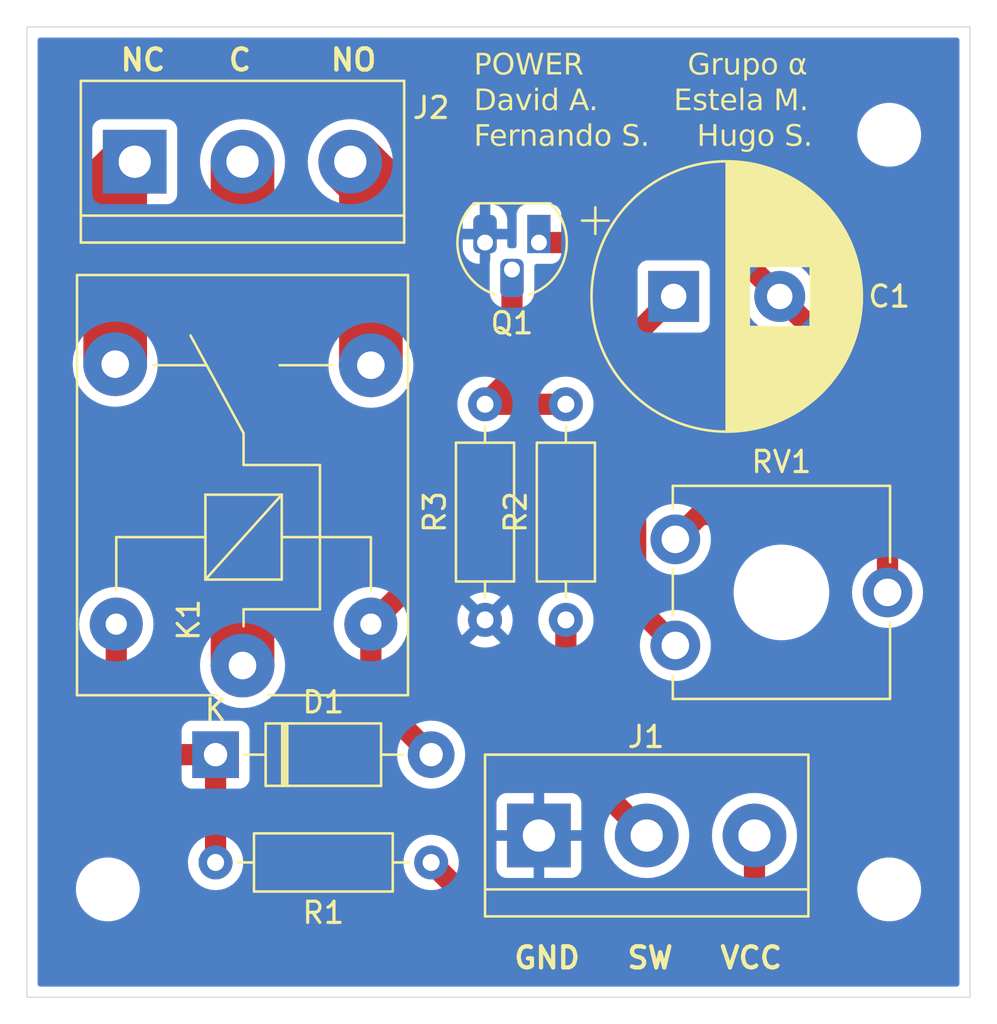
<source format=kicad_pcb>
(kicad_pcb (version 20240108) (generator "pcbnew") (generator_version "8.0")
  (layers (0 "F.Cu" signal) (31 "B.Cu" signal) (34 "B.Paste" user) (35 "F.Paste" user) (36 "B.SilkS" user "B.Silkscreen") (37 "F.SilkS" user "F.Silkscreen") (38 "B.Mask" user) (39 "F.Mask" user) (44 "Edge.Cuts" user))
  (net 0 "")
  (net 1 "Net-(Q1-C)")
  (net 2 "Net-(D1-A)")
  (net 3 "Net-(D1-K)")
  (net 4 "Net-(J2-Pin_2)")
  (net 5 "Net-(J2-Pin_3)")
  (net 6 "Net-(J2-Pin_1)")
  (net 7 "VDC")
  (net 8 "Net-(J1-Pin_2)")
  (net 9 "GND")
  (net 10 "Net-(Q1-B)")
  (footprint "Relay_THT:Relay_SPDT_SANYOU_SRD_Series_Form_C" (layer "F.Cu") (at 128.27 103.75 90)
    (property "Reference" "K1" (at 2.15 -2.54 90) (layer "F.SilkS"))
    (property "Value" "SANYOU_SRD_Form_C" (hide yes))
    (fp_line (start 18.4 -7.8) (end 18.4 7.8) (stroke (width 0.12)) (layer "F.SilkS"))
    (fp_line (start -1.4 -7.8) (end 18.4 -7.8) (stroke (width 0.12)) (layer "F.SilkS"))
    (fp_line (start -1.4 -7.8) (end -1.4 -1.2) (stroke (width 0.12)) (layer "F.SilkS"))
    (fp_line (start 6.05 -5.95) (end 3.55 -5.95) (stroke (width 0.12)) (layer "F.SilkS"))
    (fp_line (start 6.05 -5.95) (end 6.05 -1.75) (stroke (width 0.12)) (layer "F.SilkS"))
    (fp_line (start 14.15 -4.2) (end 14.15 -1.7) (stroke (width 0.12)) (layer "F.SilkS"))
    (fp_line (start 8.05 -1.75) (end 8.05 1.85) (stroke (width 0.12)) (layer "F.SilkS"))
    (fp_line (start 4.05 -1.75) (end 8.05 -1.75) (stroke (width 0.12)) (layer "F.SilkS"))
    (fp_line (start 10.95 0.05) (end 15.55 -2.45) (stroke (width 0.12)) (layer "F.SilkS"))
    (fp_line (start 9.45 0.05) (end 10.95 0.05) (stroke (width 0.12)) (layer "F.SilkS"))
    (fp_line (start 9.45 0.05) (end 9.45 3.65) (stroke (width 0.12)) (layer "F.SilkS"))
    (fp_line (start 2.65 0.05) (end 1.85 0.05) (stroke (width 0.12)) (layer "F.SilkS"))
    (fp_line (start 2.65 0.05) (end 2.65 3.65) (stroke (width 0.12)) (layer "F.SilkS"))
    (fp_line (start -1.4 1.2) (end -1.4 7.8) (stroke (width 0.12)) (layer "F.SilkS"))
    (fp_line (start 8.05 1.85) (end 4.05 -1.75) (stroke (width 0.12)) (layer "F.SilkS"))
    (fp_line (start 8.05 1.85) (end 4.05 1.85) (stroke (width 0.12)) (layer "F.SilkS"))
    (fp_line (start 6.05 1.85) (end 6.05 6.05) (stroke (width 0.12)) (layer "F.SilkS"))
    (fp_line (start 4.05 1.85) (end 4.05 -1.75) (stroke (width 0.12)) (layer "F.SilkS"))
    (fp_line (start 9.45 3.65) (end 2.65 3.65) (stroke (width 0.12)) (layer "F.SilkS"))
    (fp_line (start 14.15 4.2) (end 14.15 1.75) (stroke (width 0.12)) (layer "F.SilkS"))
    (fp_line (start 3.55 6.05) (end 6.05 6.05) (stroke (width 0.12)) (layer "F.SilkS"))
    (fp_line (start 18.4 7.8) (end -1.4 7.8) (stroke (width 0.12)) (layer "F.SilkS"))
    (pad "1" thru_hole circle (at 0 0 180) (size 3 3) (drill 1.3) (layers "*.Cu" "*.Mask") (net 4 "Net-(J2-Pin_2)"))
    (pad "2" thru_hole circle (at 1.95 6.05 180) (size 2.5 2.5) (drill 1) (layers "*.Cu" "*.Mask") (net 2 "Net-(D1-A)"))
    (pad "3" thru_hole circle (at 14.15 6.05 180) (size 3 3) (drill 1.3) (layers "*.Cu" "*.Mask") (net 5 "Net-(J2-Pin_3)"))
    (pad "4" thru_hole circle (at 14.2 -6 180) (size 3 3) (drill 1.3) (layers "*.Cu" "*.Mask") (net 6 "Net-(J2-Pin_1)"))
    (pad "5" thru_hole circle (at 1.95 -5.95 180) (size 2.5 2.5) (drill 1) (layers "*.Cu" "*.Mask") (net 3 "Net-(D1-K)"))
  )
  (footprint "Resistor_THT:R_Axial_DIN0207_L6.3mm_D2.5mm_P10.16mm_Horizontal" (layer "F.Cu") (at 139.7 101.6 90)
    (property "Reference" "R3" (at 5.08 -2.37 90) (layer "F.SilkS"))
    (property "Value" "R" (hide yes))
    (fp_line (start 8.35 -1.37) (end 1.81 -1.37) (stroke (width 0.12)) (layer "F.SilkS"))
    (fp_line (start 1.81 -1.37) (end 1.81 1.37) (stroke (width 0.12)) (layer "F.SilkS"))
    (fp_line (start 9.12 0) (end 8.35 0) (stroke (width 0.12)) (layer "F.SilkS"))
    (fp_line (start 1.04 0) (end 1.81 0) (stroke (width 0.12)) (layer "F.SilkS"))
    (fp_line (start 8.35 1.37) (end 8.35 -1.37) (stroke (width 0.12)) (layer "F.SilkS"))
    (fp_line (start 1.81 1.37) (end 8.35 1.37) (stroke (width 0.12)) (layer "F.SilkS"))
    (pad "1" thru_hole circle (at 0 0 90) (size 1.6 1.6) (drill 0.8) (layers "*.Cu" "*.Mask") (net 9 "GND"))
    (pad "2" thru_hole oval (at 10.16 0 90) (size 1.6 1.6) (drill 0.8) (layers "*.Cu" "*.Mask") (net 10 "Net-(Q1-B)"))
  )
  (footprint "Resistor_THT:R_Axial_DIN0207_L6.3mm_D2.5mm_P10.16mm_Horizontal" (layer "F.Cu") (at 143.51 101.6 90)
    (property "Reference" "R2" (at 5.08 -2.37 90) (layer "F.SilkS"))
    (property "Value" "R" (hide yes))
    (fp_line (start 8.35 -1.37) (end 1.81 -1.37) (stroke (width 0.12)) (layer "F.SilkS"))
    (fp_line (start 1.81 -1.37) (end 1.81 1.37) (stroke (width 0.12)) (layer "F.SilkS"))
    (fp_line (start 9.12 0) (end 8.35 0) (stroke (width 0.12)) (layer "F.SilkS"))
    (fp_line (start 1.04 0) (end 1.81 0) (stroke (width 0.12)) (layer "F.SilkS"))
    (fp_line (start 8.35 1.37) (end 8.35 -1.37) (stroke (width 0.12)) (layer "F.SilkS"))
    (fp_line (start 1.81 1.37) (end 8.35 1.37) (stroke (width 0.12)) (layer "F.SilkS"))
    (pad "1" thru_hole circle (at 0 0 90) (size 1.6 1.6) (drill 0.8) (layers "*.Cu" "*.Mask") (net 8 "Net-(J1-Pin_2)"))
    (pad "2" thru_hole oval (at 10.16 0 90) (size 1.6 1.6) (drill 0.8) (layers "*.Cu" "*.Mask") (net 10 "Net-(Q1-B)"))
  )
  (footprint "Capacitor_THT:CP_Radial_D12.5mm_P5.00mm" (layer "F.Cu") (at 148.59 86.36)
    (property "Reference" "C1" (at 10.16 0 360) (layer "F.SilkS"))
    (property "Value" "C" (hide yes))
    (fp_line (start -4.317082 -3.575) (end -3.067082 -3.575) (stroke (width 0.12)) (layer "F.SilkS"))
    (fp_line (start -3.692082 -4.2) (end -3.692082 -2.95) (stroke (width 0.12)) (layer "F.SilkS"))
    (fp_line (start 2.5 -6.33) (end 2.5 6.33) (stroke (width 0.12)) (layer "F.SilkS"))
    (fp_line (start 2.54 -6.33) (end 2.54 6.33) (stroke (width 0.12)) (layer "F.SilkS"))
    (fp_line (start 2.58 -6.33) (end 2.58 6.33) (stroke (width 0.12)) (layer "F.SilkS"))
    (fp_line (start 2.62 -6.329) (end 2.62 6.329) (stroke (width 0.12)) (layer "F.SilkS"))
    (fp_line (start 2.66 -6.328) (end 2.66 6.328) (stroke (width 0.12)) (layer "F.SilkS"))
    (fp_line (start 2.7 -6.327) (end 2.7 6.327) (stroke (width 0.12)) (layer "F.SilkS"))
    (fp_line (start 2.74 -6.326) (end 2.74 6.326) (stroke (width 0.12)) (layer "F.SilkS"))
    (fp_line (start 2.78 -6.324) (end 2.78 6.324) (stroke (width 0.12)) (layer "F.SilkS"))
    (fp_line (start 2.82 -6.322) (end 2.82 6.322) (stroke (width 0.12)) (layer "F.SilkS"))
    (fp_line (start 2.86 -6.32) (end 2.86 6.32) (stroke (width 0.12)) (layer "F.SilkS"))
    (fp_line (start 2.9 -6.318) (end 2.9 6.318) (stroke (width 0.12)) (layer "F.SilkS"))
    (fp_line (start 2.94 -6.315) (end 2.94 6.315) (stroke (width 0.12)) (layer "F.SilkS"))
    (fp_line (start 2.98 -6.312) (end 2.98 6.312) (stroke (width 0.12)) (layer "F.SilkS"))
    (fp_line (start 3.02 -6.309) (end 3.02 6.309) (stroke (width 0.12)) (layer "F.SilkS"))
    (fp_line (start 3.06 -6.306) (end 3.06 6.306) (stroke (width 0.12)) (layer "F.SilkS"))
    (fp_line (start 3.1 -6.302) (end 3.1 6.302) (stroke (width 0.12)) (layer "F.SilkS"))
    (fp_line (start 3.14 -6.298) (end 3.14 6.298) (stroke (width 0.12)) (layer "F.SilkS"))
    (fp_line (start 3.18 -6.294) (end 3.18 6.294) (stroke (width 0.12)) (layer "F.SilkS"))
    (fp_line (start 3.221 -6.29) (end 3.221 6.29) (stroke (width 0.12)) (layer "F.SilkS"))
    (fp_line (start 3.261 -6.285) (end 3.261 6.285) (stroke (width 0.12)) (layer "F.SilkS"))
    (fp_line (start 3.301 -6.28) (end 3.301 6.28) (stroke (width 0.12)) (layer "F.SilkS"))
    (fp_line (start 3.341 -6.275) (end 3.341 6.275) (stroke (width 0.12)) (layer "F.SilkS"))
    (fp_line (start 3.381 -6.269) (end 3.381 6.269) (stroke (width 0.12)) (layer "F.SilkS"))
    (fp_line (start 3.421 -6.264) (end 3.421 6.264) (stroke (width 0.12)) (layer "F.SilkS"))
    (fp_line (start 3.461 -6.258) (end 3.461 6.258) (stroke (width 0.12)) (layer "F.SilkS"))
    (fp_line (start 3.501 -6.252) (end 3.501 6.252) (stroke (width 0.12)) (layer "F.SilkS"))
    (fp_line (start 3.541 -6.245) (end 3.541 6.245) (stroke (width 0.12)) (layer "F.SilkS"))
    (fp_line (start 3.581 -6.238) (end 3.581 -1.44) (stroke (width 0.12)) (layer "F.SilkS"))
    (fp_line (start 3.581 1.44) (end 3.581 6.238) (stroke (width 0.12)) (layer "F.SilkS"))
    (fp_line (start 3.621 -6.231) (end 3.621 -1.44) (stroke (width 0.12)) (layer "F.SilkS"))
    (fp_line (start 3.621 1.44) (end 3.621 6.231) (stroke (width 0.12)) (layer "F.SilkS"))
    (fp_line (start 3.661 -6.224) (end 3.661 -1.44) (stroke (width 0.12)) (layer "F.SilkS"))
    (fp_line (start 3.661 1.44) (end 3.661 6.224) (stroke (width 0.12)) (layer "F.SilkS"))
    (fp_line (start 3.701 -6.216) (end 3.701 -1.44) (stroke (width 0.12)) (layer "F.SilkS"))
    (fp_line (start 3.701 1.44) (end 3.701 6.216) (stroke (width 0.12)) (layer "F.SilkS"))
    (fp_line (start 3.741 -6.209) (end 3.741 -1.44) (stroke (width 0.12)) (layer "F.SilkS"))
    (fp_line (start 3.741 1.44) (end 3.741 6.209) (stroke (width 0.12)) (layer "F.SilkS"))
    (fp_line (start 3.781 -6.201) (end 3.781 -1.44) (stroke (width 0.12)) (layer "F.SilkS"))
    (fp_line (start 3.781 1.44) (end 3.781 6.201) (stroke (width 0.12)) (layer "F.SilkS"))
    (fp_line (start 3.821 -6.192) (end 3.821 -1.44) (stroke (width 0.12)) (layer "F.SilkS"))
    (fp_line (start 3.821 1.44) (end 3.821 6.192) (stroke (width 0.12)) (layer "F.SilkS"))
    (fp_line (start 3.861 -6.184) (end 3.861 -1.44) (stroke (width 0.12)) (layer "F.SilkS"))
    (fp_line (start 3.861 1.44) (end 3.861 6.184) (stroke (width 0.12)) (layer "F.SilkS"))
    (fp_line (start 3.901 -6.175) (end 3.901 -1.44) (stroke (width 0.12)) (layer "F.SilkS"))
    (fp_line (start 3.901 1.44) (end 3.901 6.175) (stroke (width 0.12)) (layer "F.SilkS"))
    (fp_line (start 3.941 -6.166) (end 3.941 -1.44) (stroke (width 0.12)) (layer "F.SilkS"))
    (fp_line (start 3.941 1.44) (end 3.941 6.166) (stroke (width 0.12)) (layer "F.SilkS"))
    (fp_line (start 3.981 -6.156) (end 3.981 -1.44) (stroke (width 0.12)) (layer "F.SilkS"))
    (fp_line (start 3.981 1.44) (end 3.981 6.156) (stroke (width 0.12)) (layer "F.SilkS"))
    (fp_line (start 4.021 -6.146) (end 4.021 -1.44) (stroke (width 0.12)) (layer "F.SilkS"))
    (fp_line (start 4.021 1.44) (end 4.021 6.146) (stroke (width 0.12)) (layer "F.SilkS"))
    (fp_line (start 4.061 -6.137) (end 4.061 -1.44) (stroke (width 0.12)) (layer "F.SilkS"))
    (fp_line (start 4.061 1.44) (end 4.061 6.137) (stroke (width 0.12)) (layer "F.SilkS"))
    (fp_line (start 4.101 -6.126) (end 4.101 -1.44) (stroke (width 0.12)) (layer "F.SilkS"))
    (fp_line (start 4.101 1.44) (end 4.101 6.126) (stroke (width 0.12)) (layer "F.SilkS"))
    (fp_line (start 4.141 -6.116) (end 4.141 -1.44) (stroke (width 0.12)) (layer "F.SilkS"))
    (fp_line (start 4.141 1.44) (end 4.141 6.116) (stroke (width 0.12)) (layer "F.SilkS"))
    (fp_line (start 4.181 -6.105) (end 4.181 -1.44) (stroke (width 0.12)) (layer "F.SilkS"))
    (fp_line (start 4.181 1.44) (end 4.181 6.105) (stroke (width 0.12)) (layer "F.SilkS"))
    (fp_line (start 4.221 -6.094) (end 4.221 -1.44) (stroke (width 0.12)) (layer "F.SilkS"))
    (fp_line (start 4.221 1.44) (end 4.221 6.094) (stroke (width 0.12)) (layer "F.SilkS"))
    (fp_line (start 4.261 -6.083) (end 4.261 -1.44) (stroke (width 0.12)) (layer "F.SilkS"))
    (fp_line (start 4.261 1.44) (end 4.261 6.083) (stroke (width 0.12)) (layer "F.SilkS"))
    (fp_line (start 4.301 -6.071) (end 4.301 -1.44) (stroke (width 0.12)) (layer "F.SilkS"))
    (fp_line (start 4.301 1.44) (end 4.301 6.071) (stroke (width 0.12)) (layer "F.SilkS"))
    (fp_line (start 4.341 -6.059) (end 4.341 -1.44) (stroke (width 0.12)) (layer "F.SilkS"))
    (fp_line (start 4.341 1.44) (end 4.341 6.059) (stroke (width 0.12)) (layer "F.SilkS"))
    (fp_line (start 4.381 -6.047) (end 4.381 -1.44) (stroke (width 0.12)) (layer "F.SilkS"))
    (fp_line (start 4.381 1.44) (end 4.381 6.047) (stroke (width 0.12)) (layer "F.SilkS"))
    (fp_line (start 4.421 -6.034) (end 4.421 -1.44) (stroke (width 0.12)) (layer "F.SilkS"))
    (fp_line (start 4.421 1.44) (end 4.421 6.034) (stroke (width 0.12)) (layer "F.SilkS"))
    (fp_line (start 4.461 -6.021) (end 4.461 -1.44) (stroke (width 0.12)) (layer "F.SilkS"))
    (fp_line (start 4.461 1.44) (end 4.461 6.021) (stroke (width 0.12)) (layer "F.SilkS"))
    (fp_line (start 4.501 -6.008) (end 4.501 -1.44) (stroke (width 0.12)) (layer "F.SilkS"))
    (fp_line (start 4.501 1.44) (end 4.501 6.008) (stroke (width 0.12)) (layer "F.SilkS"))
    (fp_line (start 4.541 -5.995) (end 4.541 -1.44) (stroke (width 0.12)) (layer "F.SilkS"))
    (fp_line (start 4.541 1.44) (end 4.541 5.995) (stroke (width 0.12)) (layer "F.SilkS"))
    (fp_line (start 4.581 -5.981) (end 4.581 -1.44) (stroke (width 0.12)) (layer "F.SilkS"))
    (fp_line (start 4.581 1.44) (end 4.581 5.981) (stroke (width 0.12)) (layer "F.SilkS"))
    (fp_line (start 4.621 -5.967) (end 4.621 -1.44) (stroke (width 0.12)) (layer "F.SilkS"))
    (fp_line (start 4.621 1.44) (end 4.621 5.967) (stroke (width 0.12)) (layer "F.SilkS"))
    (fp_line (start 4.661 -5.953) (end 4.661 -1.44) (stroke (width 0.12)) (layer "F.SilkS"))
    (fp_line (start 4.661 1.44) (end 4.661 5.953) (stroke (width 0.12)) (layer "F.SilkS"))
    (fp_line (start 4.701 -5.939) (end 4.701 -1.44) (stroke (width 0.12)) (layer "F.SilkS"))
    (fp_line (start 4.701 1.44) (end 4.701 5.939) (stroke (width 0.12)) (layer "F.SilkS"))
    (fp_line (start 4.741 -5.924) (end 4.741 -1.44) (stroke (width 0.12)) (layer "F.SilkS"))
    (fp_line (start 4.741 1.44) (end 4.741 5.924) (stroke (width 0.12)) (layer "F.SilkS"))
    (fp_line (start 4.781 -5.908) (end 4.781 -1.44) (stroke (width 0.12)) (layer "F.SilkS"))
    (fp_line (start 4.781 1.44) (end 4.781 5.908) (stroke (width 0.12)) (layer "F.SilkS"))
    (fp_line (start 4.821 -5.893) (end 4.821 -1.44) (stroke (width 0.12)) (layer "F.SilkS"))
    (fp_line (start 4.821 1.44) (end 4.821 5.893) (stroke (width 0.12)) (layer "F.SilkS"))
    (fp_line (start 4.861 -5.877) (end 4.861 -1.44) (stroke (width 0.12)) (layer "F.SilkS"))
    (fp_line (start 4.861 1.44) (end 4.861 5.877) (stroke (width 0.12)) (layer "F.SilkS"))
    (fp_line (start 4.901 -5.861) (end 4.901 -1.44) (stroke (width 0.12)) (layer "F.SilkS"))
    (fp_line (start 4.901 1.44) (end 4.901 5.861) (stroke (width 0.12)) (layer "F.SilkS"))
    (fp_line (start 4.941 -5.845) (end 4.941 -1.44) (stroke (width 0.12)) (layer "F.SilkS"))
    (fp_line (start 4.941 1.44) (end 4.941 5.845) (stroke (width 0.12)) (layer "F.SilkS"))
    (fp_line (start 4.981 -5.828) (end 4.981 -1.44) (stroke (width 0.12)) (layer "F.SilkS"))
    (fp_line (start 4.981 1.44) (end 4.981 5.828) (stroke (width 0.12)) (layer "F.SilkS"))
    (fp_line (start 5.021 -5.811) (end 5.021 -1.44) (stroke (width 0.12)) (layer "F.SilkS"))
    (fp_line (start 5.021 1.44) (end 5.021 5.811) (stroke (width 0.12)) (layer "F.SilkS"))
    (fp_line (start 5.061 -5.793) (end 5.061 -1.44) (stroke (width 0.12)) (layer "F.SilkS"))
    (fp_line (start 5.061 1.44) (end 5.061 5.793) (stroke (width 0.12)) (layer "F.SilkS"))
    (fp_line (start 5.101 -5.776) (end 5.101 -1.44) (stroke (width 0.12)) (layer "F.SilkS"))
    (fp_line (start 5.101 1.44) (end 5.101 5.776) (stroke (width 0.12)) (layer "F.SilkS"))
    (fp_line (start 5.141 -5.758) (end 5.141 -1.44) (stroke (width 0.12)) (layer "F.SilkS"))
    (fp_line (start 5.141 1.44) (end 5.141 5.758) (stroke (width 0.12)) (layer "F.SilkS"))
    (fp_line (start 5.181 -5.739) (end 5.181 -1.44) (stroke (width 0.12)) (layer "F.SilkS"))
    (fp_line (start 5.181 1.44) (end 5.181 5.739) (stroke (width 0.12)) (layer "F.SilkS"))
    (fp_line (start 5.221 -5.721) (end 5.221 -1.44) (stroke (width 0.12)) (layer "F.SilkS"))
    (fp_line (start 5.221 1.44) (end 5.221 5.721) (stroke (width 0.12)) (layer "F.SilkS"))
    (fp_line (start 5.261 -5.702) (end 5.261 -1.44) (stroke (width 0.12)) (layer "F.SilkS"))
    (fp_line (start 5.261 1.44) (end 5.261 5.702) (stroke (width 0.12)) (layer "F.SilkS"))
    (fp_line (start 5.301 -5.682) (end 5.301 -1.44) (stroke (width 0.12)) (layer "F.SilkS"))
    (fp_line (start 5.301 1.44) (end 5.301 5.682) (stroke (width 0.12)) (layer "F.SilkS"))
    (fp_line (start 5.341 -5.662) (end 5.341 -1.44) (stroke (width 0.12)) (layer "F.SilkS"))
    (fp_line (start 5.341 1.44) (end 5.341 5.662) (stroke (width 0.12)) (layer "F.SilkS"))
    (fp_line (start 5.381 -5.642) (end 5.381 -1.44) (stroke (width 0.12)) (layer "F.SilkS"))
    (fp_line (start 5.381 1.44) (end 5.381 5.642) (stroke (width 0.12)) (layer "F.SilkS"))
    (fp_line (start 5.421 -5.622) (end 5.421 -1.44) (stroke (width 0.12)) (layer "F.SilkS"))
    (fp_line (start 5.421 1.44) (end 5.421 5.622) (stroke (width 0.12)) (layer "F.SilkS"))
    (fp_line (start 5.461 -5.601) (end 5.461 -1.44) (stroke (width 0.12)) (layer "F.SilkS"))
    (fp_line (start 5.461 1.44) (end 5.461 5.601) (stroke (width 0.12)) (layer "F.SilkS"))
    (fp_line (start 5.501 -5.58) (end 5.501 -1.44) (stroke (width 0.12)) (layer "F.SilkS"))
    (fp_line (start 5.501 1.44) (end 5.501 5.58) (stroke (width 0.12)) (layer "F.SilkS"))
    (fp_line (start 5.541 -5.558) (end 5.541 -1.44) (stroke (width 0.12)) (layer "F.SilkS"))
    (fp_line (start 5.541 1.44) (end 5.541 5.558) (stroke (width 0.12)) (layer "F.SilkS"))
    (fp_line (start 5.581 -5.536) (end 5.581 -1.44) (stroke (width 0.12)) (layer "F.SilkS"))
    (fp_line (start 5.581 1.44) (end 5.581 5.536) (stroke (width 0.12)) (layer "F.SilkS"))
    (fp_line (start 5.621 -5.514) (end 5.621 -1.44) (stroke (width 0.12)) (layer "F.SilkS"))
    (fp_line (start 5.621 1.44) (end 5.621 5.514) (stroke (width 0.12)) (layer "F.SilkS"))
    (fp_line (start 5.661 -5.491) (end 5.661 -1.44) (stroke (width 0.12)) (layer "F.SilkS"))
    (fp_line (start 5.661 1.44) (end 5.661 5.491) (stroke (width 0.12)) (layer "F.SilkS"))
    (fp_line (start 5.701 -5.468) (end 5.701 -1.44) (stroke (width 0.12)) (layer "F.SilkS"))
    (fp_line (start 5.701 1.44) (end 5.701 5.468) (stroke (width 0.12)) (layer "F.SilkS"))
    (fp_line (start 5.741 -5.445) (end 5.741 -1.44) (stroke (width 0.12)) (layer "F.SilkS"))
    (fp_line (start 5.741 1.44) (end 5.741 5.445) (stroke (width 0.12)) (layer "F.SilkS"))
    (fp_line (start 5.781 -5.421) (end 5.781 -1.44) (stroke (width 0.12)) (layer "F.SilkS"))
    (fp_line (start 5.781 1.44) (end 5.781 5.421) (stroke (width 0.12)) (layer "F.SilkS"))
    (fp_line (start 5.821 -5.397) (end 5.821 -1.44) (stroke (width 0.12)) (layer "F.SilkS"))
    (fp_line (start 5.821 1.44) (end 5.821 5.397) (stroke (width 0.12)) (layer "F.SilkS"))
    (fp_line (start 5.861 -5.372) (end 5.861 -1.44) (stroke (width 0.12)) (layer "F.SilkS"))
    (fp_line (start 5.861 1.44) (end 5.861 5.372) (stroke (width 0.12)) (layer "F.SilkS"))
    (fp_line (start 5.901 -5.347) (end 5.901 -1.44) (stroke (width 0.12)) (layer "F.SilkS"))
    (fp_line (start 5.901 1.44) (end 5.901 5.347) (stroke (width 0.12)) (layer "F.SilkS"))
    (fp_line (start 5.941 -5.322) (end 5.941 -1.44) (stroke (width 0.12)) (layer "F.SilkS"))
    (fp_line (start 5.941 1.44) (end 5.941 5.322) (stroke (width 0.12)) (layer "F.SilkS"))
    (fp_line (start 5.981 -5.296) (end 5.981 -1.44) (stroke (width 0.12)) (layer "F.SilkS"))
    (fp_line (start 5.981 1.44) (end 5.981 5.296) (stroke (width 0.12)) (layer "F.SilkS"))
    (fp_line (start 6.021 -5.27) (end 6.021 -1.44) (stroke (width 0.12)) (layer "F.SilkS"))
    (fp_line (start 6.021 1.44) (end 6.021 5.27) (stroke (width 0.12)) (layer "F.SilkS"))
    (fp_line (start 6.061 -5.243) (end 6.061 -1.44) (stroke (width 0.12)) (layer "F.SilkS"))
    (fp_line (start 6.061 1.44) (end 6.061 5.243) (stroke (width 0.12)) (layer "F.SilkS"))
    (fp_line (start 6.101 -5.216) (end 6.101 -1.44) (stroke (width 0.12)) (layer "F.SilkS"))
    (fp_line (start 6.101 1.44) (end 6.101 5.216) (stroke (width 0.12)) (layer "F.SilkS"))
    (fp_line (start 6.141 -5.188) (end 6.141 -1.44) (stroke (width 0.12)) (layer "F.SilkS"))
    (fp_line (start 6.141 1.44) (end 6.141 5.188) (stroke (width 0.12)) (layer "F.SilkS"))
    (fp_line (start 6.181 -5.16) (end 6.181 -1.44) (stroke (width 0.12)) (layer "F.SilkS"))
    (fp_line (start 6.181 1.44) (end 6.181 5.16) (stroke (width 0.12)) (layer "F.SilkS"))
    (fp_line (start 6.221 -5.131) (end 6.221 -1.44) (stroke (width 0.12)) (layer "F.SilkS"))
    (fp_line (start 6.221 1.44) (end 6.221 5.131) (stroke (width 0.12)) (layer "F.SilkS"))
    (fp_line (start 6.261 -5.102) (end 6.261 -1.44) (stroke (width 0.12)) (layer "F.SilkS"))
    (fp_line (start 6.261 1.44) (end 6.261 5.102) (stroke (width 0.12)) (layer "F.SilkS"))
    (fp_line (start 6.301 -5.073) (end 6.301 -1.44) (stroke (width 0.12)) (layer "F.SilkS"))
    (fp_line (start 6.301 1.44) (end 6.301 5.073) (stroke (width 0.12)) (layer "F.SilkS"))
    (fp_line (start 6.341 -5.043) (end 6.341 -1.44) (stroke (width 0.12)) (layer "F.SilkS"))
    (fp_line (start 6.341 1.44) (end 6.341 5.043) (stroke (width 0.12)) (layer "F.SilkS"))
    (fp_line (start 6.381 -5.012) (end 6.381 -1.44) (stroke (width 0.12)) (layer "F.SilkS"))
    (fp_line (start 6.381 1.44) (end 6.381 5.012) (stroke (width 0.12)) (layer "F.SilkS"))
    (fp_line (start 6.421 -4.982) (end 6.421 -1.44) (stroke (width 0.12)) (layer "F.SilkS"))
    (fp_line (start 6.421 1.44) (end 6.421 4.982) (stroke (width 0.12)) (layer "F.SilkS"))
    (fp_line (start 6.461 -4.95) (end 6.461 4.95) (stroke (width 0.12)) (layer "F.SilkS"))
    (fp_line (start 6.501 -4.918) (end 6.501 4.918) (stroke (width 0.12)) (layer "F.SilkS"))
    (fp_line (start 6.541 -4.885) (end 6.541 4.885) (stroke (width 0.12)) (layer "F.SilkS"))
    (fp_line (start 6.581 -4.852) (end 6.581 4.852) (stroke (width 0.12)) (layer "F.SilkS"))
    (fp_line (start 6.621 -4.819) (end 6.621 4.819) (stroke (width 0.12)) (layer "F.SilkS"))
    (fp_line (start 6.661 -4.785) (end 6.661 4.785) (stroke (width 0.12)) (layer "F.SilkS"))
    (fp_line (start 6.701 -4.75) (end 6.701 4.75) (stroke (width 0.12)) (layer "F.SilkS"))
    (fp_line (start 6.741 -4.714) (end 6.741 4.714) (stroke (width 0.12)) (layer "F.SilkS"))
    (fp_line (start 6.781 -4.678) (end 6.781 4.678) (stroke (width 0.12)) (layer "F.SilkS"))
    (fp_line (start 6.821 -4.642) (end 6.821 4.642) (stroke (width 0.12)) (layer "F.SilkS"))
    (fp_line (start 6.861 -4.605) (end 6.861 4.605) (stroke (width 0.12)) (layer "F.SilkS"))
    (fp_line (start 6.901 -4.567) (end 6.901 4.567) (stroke (width 0.12)) (layer "F.SilkS"))
    (fp_line (start 6.941 -4.528) (end 6.941 4.528) (stroke (width 0.12)) (layer "F.SilkS"))
    (fp_line (start 6.981 -4.489) (end 6.981 4.489) (stroke (width 0.12)) (layer "F.SilkS"))
    (fp_line (start 7.021 -4.449) (end 7.021 4.449) (stroke (width 0.12)) (layer "F.SilkS"))
    (fp_line (start 7.061 -4.408) (end 7.061 4.408) (stroke (width 0.12)) (layer "F.SilkS"))
    (fp_line (start 7.101 -4.367) (end 7.101 4.367) (stroke (width 0.12)) (layer "F.SilkS"))
    (fp_line (start 7.141 -4.325) (end 7.141 4.325) (stroke (width 0.12)) (layer "F.SilkS"))
    (fp_line (start 7.181 -4.282) (end 7.181 4.282) (stroke (width 0.12)) (layer "F.SilkS"))
    (fp_line (start 7.221 -4.238) (end 7.221 4.238) (stroke (width 0.12)) (layer "F.SilkS"))
    (fp_line (start 7.261 -4.194) (end 7.261 4.194) (stroke (width 0.12)) (layer "F.SilkS"))
    (fp_line (start 7.301 -4.148) (end 7.301 4.148) (stroke (width 0.12)) (layer "F.SilkS"))
    (fp_line (start 7.341 -4.102) (end 7.341 4.102) (stroke (width 0.12)) (layer "F.SilkS"))
    (fp_line (start 7.381 -4.055) (end 7.381 4.055) (stroke (width 0.12)) (layer "F.SilkS"))
    (fp_line (start 7.421 -4.007) (end 7.421 4.007) (stroke (width 0.12)) (layer "F.SilkS"))
    (fp_line (start 7.461 -3.957) (end 7.461 3.957) (stroke (width 0.12)) (layer "F.SilkS"))
    (fp_line (start 7.501 -3.907) (end 7.501 3.907) (stroke (width 0.12)) (layer "F.SilkS"))
    (fp_line (start 7.541 -3.856) (end 7.541 3.856) (stroke (width 0.12)) (layer "F.SilkS"))
    (fp_line (start 7.581 -3.804) (end 7.581 3.804) (stroke (width 0.12)) (layer "F.SilkS"))
    (fp_line (start 7.621 -3.75) (end 7.621 3.75) (stroke (width 0.12)) (layer "F.SilkS"))
    (fp_line (start 7.661 -3.696) (end 7.661 3.696) (stroke (width 0.12)) (layer "F.SilkS"))
    (fp_line (start 7.701 -3.64) (end 7.701 3.64) (stroke (width 0.12)) (layer "F.SilkS"))
    (fp_line (start 7.741 -3.583) (end 7.741 3.583) (stroke (width 0.12)) (layer "F.SilkS"))
    (fp_line (start 7.781 -3.524) (end 7.781 3.524) (stroke (width 0.12)) (layer "F.SilkS"))
    (fp_line (start 7.821 -3.464) (end 7.821 3.464) (stroke (width 0.12)) (layer "F.SilkS"))
    (fp_line (start 7.861 -3.402) (end 7.861 3.402) (stroke (width 0.12)) (layer "F.SilkS"))
    (fp_line (start 7.901 -3.339) (end 7.901 3.339) (stroke (width 0.12)) (layer "F.SilkS"))
    (fp_line (start 7.941 -3.275) (end 7.941 3.275) (stroke (width 0.12)) (layer "F.SilkS"))
    (fp_line (start 7.981 -3.208) (end 7.981 3.208) (stroke (width 0.12)) (layer "F.SilkS"))
    (fp_line (start 8.021 -3.14) (end 8.021 3.14) (stroke (width 0.12)) (layer "F.SilkS"))
    (fp_line (start 8.061 -3.069) (end 8.061 3.069) (stroke (width 0.12)) (layer "F.SilkS"))
    (fp_line (start 8.101 -2.996) (end 8.101 2.996) (stroke (width 0.12)) (layer "F.SilkS"))
    (fp_line (start 8.141 -2.921) (end 8.141 2.921) (stroke (width 0.12)) (layer "F.SilkS"))
    (fp_line (start 8.181 -2.844) (end 8.181 2.844) (stroke (width 0.12)) (layer "F.SilkS"))
    (fp_line (start 8.221 -2.764) (end 8.221 2.764) (stroke (width 0.12)) (layer "F.SilkS"))
    (fp_line (start 8.261 -2.681) (end 8.261 2.681) (stroke (width 0.12)) (layer "F.SilkS"))
    (fp_line (start 8.301 -2.594) (end 8.301 2.594) (stroke (width 0.12)) (layer "F.SilkS"))
    (fp_line (start 8.341 -2.504) (end 8.341 2.504) (stroke (width 0.12)) (layer "F.SilkS"))
    (fp_line (start 8.381 -2.41) (end 8.381 2.41) (stroke (width 0.12)) (layer "F.SilkS"))
    (fp_line (start 8.421 -2.312) (end 8.421 2.312) (stroke (width 0.12)) (layer "F.SilkS"))
    (fp_line (start 8.461 -2.209) (end 8.461 2.209) (stroke (width 0.12)) (layer "F.SilkS"))
    (fp_line (start 8.501 -2.1) (end 8.501 2.1) (stroke (width 0.12)) (layer "F.SilkS"))
    (fp_line (start 8.541 -1.984) (end 8.541 1.984) (stroke (width 0.12)) (layer "F.SilkS"))
    (fp_line (start 8.581 -1.861) (end 8.581 1.861) (stroke (width 0.12)) (layer "F.SilkS"))
    (fp_line (start 8.621 -1.728) (end 8.621 1.728) (stroke (width 0.12)) (layer "F.SilkS"))
    (fp_line (start 8.661 -1.583) (end 8.661 1.583) (stroke (width 0.12)) (layer "F.SilkS"))
    (fp_line (start 8.701 -1.422) (end 8.701 1.422) (stroke (width 0.12)) (layer "F.SilkS"))
    (fp_line (start 8.741 -1.241) (end 8.741 1.241) (stroke (width 0.12)) (layer "F.SilkS"))
    (fp_line (start 8.781 -1.028) (end 8.781 1.028) (stroke (width 0.12)) (layer "F.SilkS"))
    (fp_line (start 8.821 -0.757) (end 8.821 0.757) (stroke (width 0.12)) (layer "F.SilkS"))
    (fp_line (start 8.861 -0.317) (end 8.861 0.317) (stroke (width 0.12)) (layer "F.SilkS"))
    (fp_circle (center 2.5 0) (end 8.87 0) (stroke (width 0.12)) (fill none) (layer "F.SilkS"))
    (pad "1" thru_hole rect (at 0 0) (size 2.4 2.4) (drill 1.2) (layers "*.Cu" "*.Mask") (net 2 "Net-(D1-A)"))
    (pad "2" thru_hole circle (at 5 0) (size 2.4 2.4) (drill 1.2) (layers "*.Cu" "*.Mask") (net 1 "Net-(Q1-C)"))
  )
  (footprint "MountingHole:MountingHole_2.5mm" (layer "F.Cu") (at 158.75 114.3)
    (property "Reference" "REF**" (hide yes))
    (property "Value" "MountingHole_2.5mm" (hide yes))
    (pad "" np_thru_hole circle (at 0 0) (size 2.5 2.5) (drill 2.5) (layers "*.Cu" "*.Mask"))
  )
  (footprint "Resistor_THT:R_Axial_DIN0207_L6.3mm_D2.5mm_P10.16mm_Horizontal" (layer "F.Cu") (at 137.16 113.03 180)
    (property "Reference" "R1" (at 5.08 -2.37 360) (layer "F.SilkS"))
    (property "Value" "R" (hide yes))
    (fp_line (start 9.12 0) (end 8.35 0) (stroke (width 0.12)) (layer "F.SilkS"))
    (fp_line (start 8.35 1.37) (end 8.35 -1.37) (stroke (width 0.12)) (layer "F.SilkS"))
    (fp_line (start 8.35 -1.37) (end 1.81 -1.37) (stroke (width 0.12)) (layer "F.SilkS"))
    (fp_line (start 1.81 1.37) (end 8.35 1.37) (stroke (width 0.12)) (layer "F.SilkS"))
    (fp_line (start 1.81 -1.37) (end 1.81 1.37) (stroke (width 0.12)) (layer "F.SilkS"))
    (fp_line (start 1.04 0) (end 1.81 0) (stroke (width 0.12)) (layer "F.SilkS"))
    (pad "1" thru_hole circle (at 0 0 180) (size 1.6 1.6) (drill 0.8) (layers "*.Cu" "*.Mask") (net 7 "VDC"))
    (pad "2" thru_hole oval (at 10.16 0 180) (size 1.6 1.6) (drill 0.8) (layers "*.Cu" "*.Mask") (net 3 "Net-(D1-K)"))
  )
  (footprint "TerminalBlock:TerminalBlock_bornier-3_P5.08mm" (layer "F.Cu") (at 123.19 80.01)
    (property "Reference" "J2" (at 13.97 -2.54 360) (layer "F.SilkS"))
    (property "Value" "Screw_Terminal_01x03" (hide yes))
    (fp_line (start -2.54 -3.81) (end 12.7 -3.81) (stroke (width 0.12)) (layer "F.SilkS"))
    (fp_line (start -2.54 2.54) (end 12.7 2.54) (stroke (width 0.12)) (layer "F.SilkS"))
    (fp_line (start -2.54 3.81) (end -2.54 -3.81) (stroke (width 0.12)) (layer "F.SilkS"))
    (fp_line (start -2.54 3.81) (end 12.7 3.81) (stroke (width 0.12)) (layer "F.SilkS"))
    (fp_line (start 12.7 3.81) (end 12.7 -3.81) (stroke (width 0.12)) (layer "F.SilkS"))
    (pad "1" thru_hole rect (at 0 0) (size 3 3) (drill 1.52) (layers "*.Cu" "*.Mask") (net 6 "Net-(J2-Pin_1)"))
    (pad "2" thru_hole circle (at 5.08 0) (size 3 3) (drill 1.52) (layers "*.Cu" "*.Mask") (net 4 "Net-(J2-Pin_2)"))
    (pad "3" thru_hole circle (at 10.16 0) (size 3 3) (drill 1.52) (layers "*.Cu" "*.Mask") (net 5 "Net-(J2-Pin_3)"))
  )
  (footprint "TerminalBlock:TerminalBlock_bornier-3_P5.08mm" (layer "F.Cu") (at 142.24 111.76)
    (property "Reference" "J1" (at 5.05 -4.65 0) (layer "F.SilkS"))
    (property "Value" "Screw_Terminal_01x03" (hide yes))
    (fp_line (start -2.54 -3.81) (end 12.7 -3.81) (stroke (width 0.12)) (layer "F.SilkS"))
    (fp_line (start -2.54 2.54) (end 12.7 2.54) (stroke (width 0.12)) (layer "F.SilkS"))
    (fp_line (start -2.54 3.81) (end -2.54 -3.81) (stroke (width 0.12)) (layer "F.SilkS"))
    (fp_line (start -2.54 3.81) (end 12.7 3.81) (stroke (width 0.12)) (layer "F.SilkS"))
    (fp_line (start 12.7 3.81) (end 12.7 -3.81) (stroke (width 0.12)) (layer "F.SilkS"))
    (pad "1" thru_hole rect (at 0 0) (size 3 3) (drill 1.52) (layers "*.Cu" "*.Mask") (net 9 "GND"))
    (pad "2" thru_hole circle (at 5.08 0) (size 3 3) (drill 1.52) (layers "*.Cu" "*.Mask") (net 8 "Net-(J1-Pin_2)"))
    (pad "3" thru_hole circle (at 10.16 0) (size 3 3) (drill 1.52) (layers "*.Cu" "*.Mask") (net 7 "VDC"))
  )
  (footprint "MountingHole:MountingHole_2.5mm" (layer "F.Cu") (at 158.75 78.74)
    (property "Reference" "REF**" (hide yes))
    (property "Value" "MountingHole_2.5mm" (hide yes))
    (pad "" np_thru_hole circle (at 0 0) (size 2.5 2.5) (drill 2.5) (layers "*.Cu" "*.Mask"))
  )
  (footprint "Potentiometer_THT:Potentiometer_ACP_CA9-V10_Vertical_Hole" (layer "F.Cu") (at 148.67 102.805)
    (property "Reference" "RV1" (at 5 -8.65 360) (layer "F.SilkS"))
    (property "Value" "R_Potentiometer" (hide yes))
    (fp_line (start -0.12 -7.521) (end -0.12 -6.426) (stroke (width 0.12)) (layer "F.SilkS"))
    (fp_line (start -0.12 -7.521) (end 10.12 -7.521) (stroke (width 0.12)) (layer "F.SilkS"))
    (fp_line (start -0.12 -3.574) (end -0.12 -1.425) (stroke (width 0.12)) (layer "F.SilkS"))
    (fp_line (start -0.12 1.425) (end -0.12 2.52) (stroke (width 0.12)) (layer "F.SilkS"))
    (fp_line (start -0.12 2.52) (end 10.12 2.52) (stroke (width 0.12)) (layer "F.SilkS"))
    (fp_line (start 10.12 -7.521) (end 10.12 -3.925) (stroke (width 0.12)) (layer "F.SilkS"))
    (fp_line (start 10.12 -1.075) (end 10.12 2.52) (stroke (width 0.12)) (layer "F.SilkS"))
    (pad "" np_thru_hole circle (at 5 -2.5) (size 4 4) (drill 4) (layers "*.Cu" "*.Mask"))
    (pad "1" thru_hole circle (at 0 0) (size 2.34 2.34) (drill 1.3) (layers "*.Cu" "*.Mask") (net 2 "Net-(D1-A)"))
    (pad "2" thru_hole circle (at 10 -2.5) (size 2.34 2.34) (drill 1.3) (layers "*.Cu" "*.Mask") (net 1 "Net-(Q1-C)"))
    (pad "3" thru_hole circle (at 0 -5) (size 2.34 2.34) (drill 1.3) (layers "*.Cu" "*.Mask") (net 1 "Net-(Q1-C)"))
  )
  (footprint "Package_TO_SOT_THT:TO-92L_HandSolder" (layer "F.Cu") (at 142.24 83.82 180)
    (property "Reference" "Q1" (at 1.27 -3.8 360) (layer "F.SilkS"))
    (property "Value" "2N2222" (hide yes))
    (fp_line (start -0.53 1.85) (end 3.07 1.85) (stroke (width 0.12)) (layer "F.SilkS"))
    (fp_arc (start 2.05 -2.45) (mid 3.769931 -0.601036) (end 3.078445 1.827684) (stroke (width 0.12)) (layer "F.SilkS"))
    (fp_arc (start -0.541453 1.842156) (mid -1.247298 -0.581475) (end 0.45 -2.45) (stroke (width 0.12)) (layer "F.SilkS"))
    (pad "1" thru_hole rect (at 0 0 180) (size 1.1 1.8) (drill 0.75 (offset 0 0.4)) (layers "*.Cu" "*.Mask") (net 1 "Net-(Q1-C)"))
    (pad "2" thru_hole roundrect (at 1.27 -1.27 180) (size 1.1 1.8) (drill 0.75 (offset 0 -0.4)) (layers "*.Cu" "*.Mask") (net 10 "Net-(Q1-B)"))
    (pad "3" thru_hole roundrect (at 2.54 0 180) (size 1.1 1.8) (drill 0.75 (offset 0 0.4)) (layers "*.Cu" "*.Mask") (net 9 "GND"))
  )
  (footprint "Diode_THT:D_DO-41_SOD81_P10.16mm_Horizontal" (layer "F.Cu") (at 127 107.95)
    (property "Reference" "D1" (at 5.08 -2.47 0) (layer "F.SilkS"))
    (property "Value" "1N4007" (hide yes))
    (fp_line (start 1.34 0) (end 2.36 0) (stroke (width 0.12)) (layer "F.SilkS"))
    (fp_line (start 2.36 -1.47) (end 2.36 1.47) (stroke (width 0.12)) (layer "F.SilkS"))
    (fp_line (start 2.36 1.47) (end 7.8 1.47) (stroke (width 0.12)) (layer "F.SilkS"))
    (fp_line (start 3.14 -1.47) (end 3.14 1.47) (stroke (width 0.12)) (layer "F.SilkS"))
    (fp_line (start 3.26 -1.47) (end 3.26 1.47) (stroke (width 0.12)) (layer "F.SilkS"))
    (fp_line (start 3.38 -1.47) (end 3.38 1.47) (stroke (width 0.12)) (layer "F.SilkS"))
    (fp_line (start 7.8 -1.47) (end 2.36 -1.47) (stroke (width 0.12)) (layer "F.SilkS"))
    (fp_line (start 7.8 1.47) (end 7.8 -1.47) (stroke (width 0.12)) (layer "F.SilkS"))
    (fp_line (start 8.82 0) (end 7.8 0) (stroke (width 0.12)) (layer "F.SilkS"))
    (fp_text user "K" (at 0 -2.1 0) (layer "F.SilkS"))
    (pad "1" thru_hole rect (at 0 0) (size 2.2 2.2) (drill 1.1) (layers "*.Cu" "*.Mask") (net 3 "Net-(D1-K)"))
    (pad "2" thru_hole oval (at 10.16 0) (size 2.2 2.2) (drill 1.1) (layers "*.Cu" "*.Mask") (net 2 "Net-(D1-A)"))
  )
  (footprint "MountingHole:MountingHole_2.5mm" (layer "F.Cu") (at 121.92 114.3)
    (property "Reference" "REF**" (hide yes))
    (property "Value" "MountingHole_2.5mm" (hide yes))
    (pad "" np_thru_hole circle (at 0 0) (size 2.5 2.5) (drill 2.5) (layers "*.Cu" "*.Mask"))
  )
  (gr_rect (start 118.11 73.66) (end 162.56 119.38) (stroke (width 0.05)) (fill none) (layer "Edge.Cuts"))
  (gr_text "POWER           Grupo α\nDavid A.        Estela M.\nFernando S.     Hugo S." (at 139.17 79.43 0) (layer "F.SilkS") (effects (font (size 1 1) (thickness 0.1)) (justify left bottom)))
  (gr_text "GND   SW   VCC" (at 140.97 118.11 0) (layer "F.SilkS") (effects (font (size 1 1) (thickness 0.2) (bold yes)) (justify left bottom)))
  (gr_text "NC    C     NO" (at 122.42 75.8 0) (layer "F.SilkS") (effects (font (size 1 1) (thickness 0.2) (bold yes)) (justify left bottom)))
  (segment (start 157.284999 96.635001) (end 158.67 95.25) (width 1) (layer "F.Cu") (net 1))
  (segment (start 148.67 97.805) (end 149.839999 96.635001) (width 1) (layer "F.Cu") (net 1))
  (segment (start 153.59 86.36) (end 158.67 91.44) (width 1) (layer "F.Cu") (net 1))
  (segment (start 158.67 91.44) (end 158.67 95.25) (width 1) (layer "F.Cu") (net 1))
  (segment (start 149.839999 96.635001) (end 157.284999 96.635001) (width 1) (layer "F.Cu") (net 1))
  (segment (start 158.67 95.25) (end 158.67 100.305) (width 1) (layer "F.Cu") (net 1))
  (segment (start 153.59 86.36) (end 151.05 83.82) (width 1) (layer "F.Cu") (net 1))
  (segment (start 151.05 83.82) (end 142.24 83.82) (width 1) (layer "F.Cu") (net 1))
  (segment (start 134.32 101.8) (end 134.32 105.11) (width 1) (layer "F.Cu") (net 2))
  (segment (start 148.67 102.805) (end 146.8 100.935) (width 1) (layer "F.Cu") (net 2))
  (segment (start 139.6 96.52) (end 144.26 96.52) (width 1) (layer "F.Cu") (net 2))
  (segment (start 146.8 93.98) (end 146.8 88.15) (width 1) (layer "F.Cu") (net 2))
  (segment (start 146.8 88.15) (end 148.59 86.36) (width 1) (layer "F.Cu") (net 2))
  (segment (start 146.8 100.935) (end 146.8 93.98) (width 1) (layer "F.Cu") (net 2))
  (segment (start 134.32 101.8) (end 139.6 96.52) (width 1) (layer "F.Cu") (net 2))
  (segment (start 144.26 96.52) (end 146.8 93.98) (width 1) (layer "F.Cu") (net 2))
  (segment (start 134.32 105.11) (end 137.16 107.95) (width 1) (layer "F.Cu") (net 2))
  (segment (start 127 113.03) (end 127 107.95) (width 1) (layer "F.Cu") (net 3))
  (segment (start 122.32 101.8) (end 122.32 105.81) (width 1) (layer "F.Cu") (net 3))
  (segment (start 124.46 107.95) (end 127 107.95) (width 1) (layer "F.Cu") (net 3))
  (segment (start 122.32 105.81) (end 124.46 107.95) (width 1) (layer "F.Cu") (net 3))
  (segment (start 128.27 80.01) (end 128.27 103.75) (width 3) (layer "F.Cu") (net 4))
  (segment (start 134.32 80.98) (end 133.35 80.01) (width 3) (layer "F.Cu") (net 5))
  (segment (start 134.32 89.6) (end 134.32 80.98) (width 3) (layer "F.Cu") (net 5))
  (segment (start 122.27 89.55) (end 122.27 80.93) (width 3) (layer "F.Cu") (net 6))
  (segment (start 122.27 80.93) (end 123.19 80.01) (width 3) (layer "F.Cu") (net 6))
  (segment (start 152.4 114.3) (end 152.4 111.76) (width 1) (layer "F.Cu") (net 7))
  (segment (start 139.7 115.57) (end 151.13 115.57) (width 1) (layer "F.Cu") (net 7))
  (segment (start 137.16 113.03) (end 139.7 115.57) (width 1) (layer "F.Cu") (net 7))
  (segment (start 151.13 115.57) (end 152.4 114.3) (width 1) (layer "F.Cu") (net 7))
  (segment (start 143.51 107.95) (end 143.51 101.6) (width 1) (layer "F.Cu") (net 8))
  (segment (start 147.32 111.76) (end 143.51 107.95) (width 1) (layer "F.Cu") (net 8))
  (segment (start 140.97 90.17) (end 139.7 91.44) (width 1) (layer "F.Cu") (net 10))
  (segment (start 140.97 85.09) (end 140.97 90.17) (width 1) (layer "F.Cu") (net 10))
  (segment (start 139.7 91.44) (end 143.51 91.44) (width 1) (layer "F.Cu") (net 10))
  (zone (net 9) (net_name "GND") (layer "B.Cu") (connect_pads (clearance 0.5)) (min_thickness 0.25) (fill yes (thermal_gap 0.5) (thermal_bridge_width 0.5))
    (polygon (pts (xy 116.84 72.39) (xy 163.83 72.39) (xy 163.83 120.65) (xy 116.84 120.65)))
  )
)
</source>
